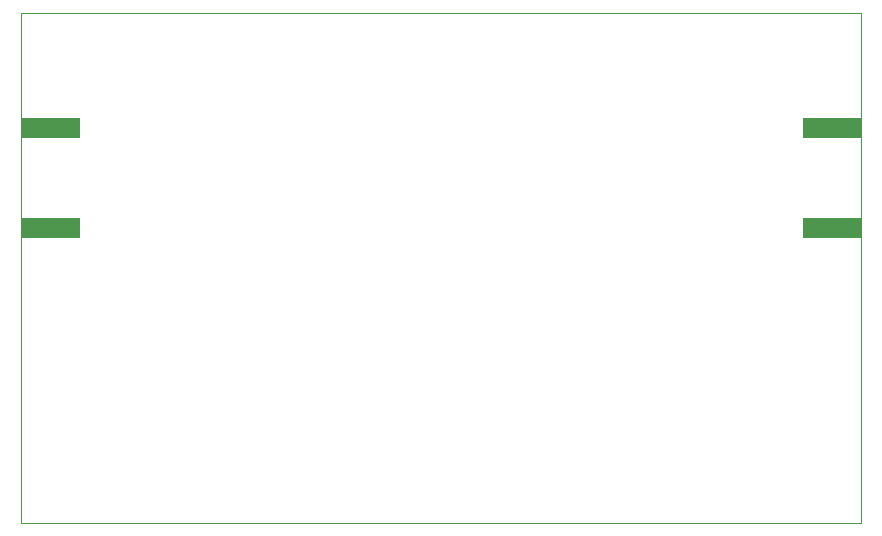
<source format=gbp>
%TF.GenerationSoftware,KiCad,Pcbnew,(5.1.10)-1*%
%TF.CreationDate,2021-05-13T13:34:22-04:00*%
%TF.ProjectId,Phase Shifter Module,50686173-6520-4536-9869-66746572204d,rev?*%
%TF.SameCoordinates,Original*%
%TF.FileFunction,Paste,Bot*%
%TF.FilePolarity,Positive*%
%FSLAX46Y46*%
G04 Gerber Fmt 4.6, Leading zero omitted, Abs format (unit mm)*
G04 Created by KiCad (PCBNEW (5.1.10)-1) date 2021-05-13 13:34:22*
%MOMM*%
%LPD*%
G01*
G04 APERTURE LIST*
%TA.AperFunction,Profile*%
%ADD10C,0.050000*%
%TD*%
%ADD11R,5.000000X1.800000*%
G04 APERTURE END LIST*
D10*
X175260000Y-76200000D02*
X104140000Y-76200000D01*
X175260000Y-119380000D02*
X175260000Y-76200000D01*
X104140000Y-119380000D02*
X175260000Y-119380000D01*
X104140000Y-76200000D02*
X104140000Y-119380000D01*
D11*
%TO.C,J2*%
X106640000Y-85920000D03*
X106640000Y-94420000D03*
%TD*%
%TO.C,J3*%
X172760000Y-94420000D03*
X172760000Y-85920000D03*
%TD*%
M02*

</source>
